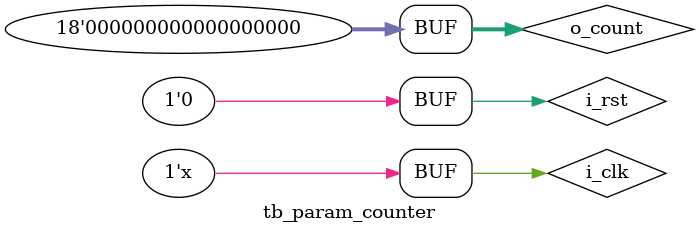
<source format=sv>
module tb_param_counter();

  //-------------------------------
  // Testbench signals
  //-------------------------------
  localparam MOD = 100000;
  localparam TP = 10;
  reg                   i_rst;
  reg                   i_clk;
  logic [$clog2(MOD):0] o_count;

  //-------------------------------
  // Testbench Logic
  //-------------------------------
  initial begin
    i_clk=1'b1;
    o_count=1'b0; 
  end
  
  always i_clk = #TP ~i_clk;
  
  
  initial begin
    i_rst = 1'b1;   
	#15
	i_rst = 1'b0;
  end
  
  //-------------------------------
  // DUT
  //-------------------------------
  param_counter #(
  .MOD(MOD)
  )
  dut_param_counter(
    .i_rst(i_rst),
    .i_clk(i_clk),
	.o_count(o_count)
  );
endmodule
</source>
